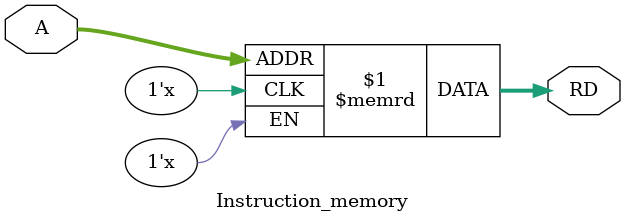
<source format=sv>
module Instruction_memory #( parameter DEPTH = 256, WIDTH = 32 )(

    input [$clog2(DEPTH) - 1:0] A,
    output [WIDTH - 1:0] RD
    
    );
    
    logic [WIDTH - 1:0] RAM [0:DEPTH - 1];
    //initial $readmemb("Instructions.txt", RAM);
    
    assign RD = RAM[A];
    
endmodule

</source>
